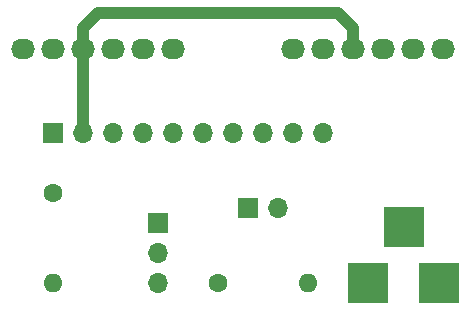
<source format=gbr>
G04 #@! TF.FileFunction,Copper,L1,Top,Signal*
%FSLAX46Y46*%
G04 Gerber Fmt 4.6, Leading zero omitted, Abs format (unit mm)*
G04 Created by KiCad (PCBNEW 4.0.4-stable) date Tuesday, March 28, 2017 'PMt' 04:45:14 PM*
%MOMM*%
%LPD*%
G01*
G04 APERTURE LIST*
%ADD10C,0.100000*%
%ADD11C,1.600000*%
%ADD12O,1.600000X1.600000*%
%ADD13R,1.700000X1.700000*%
%ADD14O,1.700000X1.700000*%
%ADD15O,2.032000X1.727200*%
%ADD16R,3.500000X3.500000*%
%ADD17C,1.016000*%
G04 APERTURE END LIST*
D10*
D11*
X177800000Y-114300000D03*
D12*
X185420000Y-114300000D03*
D11*
X163830000Y-106680000D03*
D12*
X163830000Y-114300000D03*
D13*
X180340000Y-107950000D03*
D14*
X182880000Y-107950000D03*
D15*
X173990000Y-94488000D03*
X171450000Y-94488000D03*
X168910000Y-94488000D03*
X166370000Y-94488000D03*
X163830000Y-94488000D03*
X161290000Y-94488000D03*
X196850000Y-94488000D03*
X194310000Y-94488000D03*
X191770000Y-94488000D03*
X189230000Y-94488000D03*
X186690000Y-94488000D03*
X184150000Y-94488000D03*
D16*
X190500000Y-114300000D03*
X196500000Y-114300000D03*
X193500000Y-109600000D03*
D13*
X163830000Y-101600000D03*
D14*
X166370000Y-101600000D03*
X168910000Y-101600000D03*
X171450000Y-101600000D03*
X173990000Y-101600000D03*
X176530000Y-101600000D03*
X179070000Y-101600000D03*
X181610000Y-101600000D03*
X184150000Y-101600000D03*
X186690000Y-101600000D03*
D13*
X172720000Y-109220000D03*
D14*
X172720000Y-111760000D03*
X172720000Y-114300000D03*
D17*
X166370000Y-94488000D02*
X166370000Y-101600000D01*
X189230000Y-94488000D02*
X189230000Y-92710000D01*
X189230000Y-92710000D02*
X187960000Y-91440000D01*
X187960000Y-91440000D02*
X167640000Y-91440000D01*
X167640000Y-91440000D02*
X166370000Y-92710000D01*
X166370000Y-92710000D02*
X166370000Y-94488000D01*
M02*

</source>
